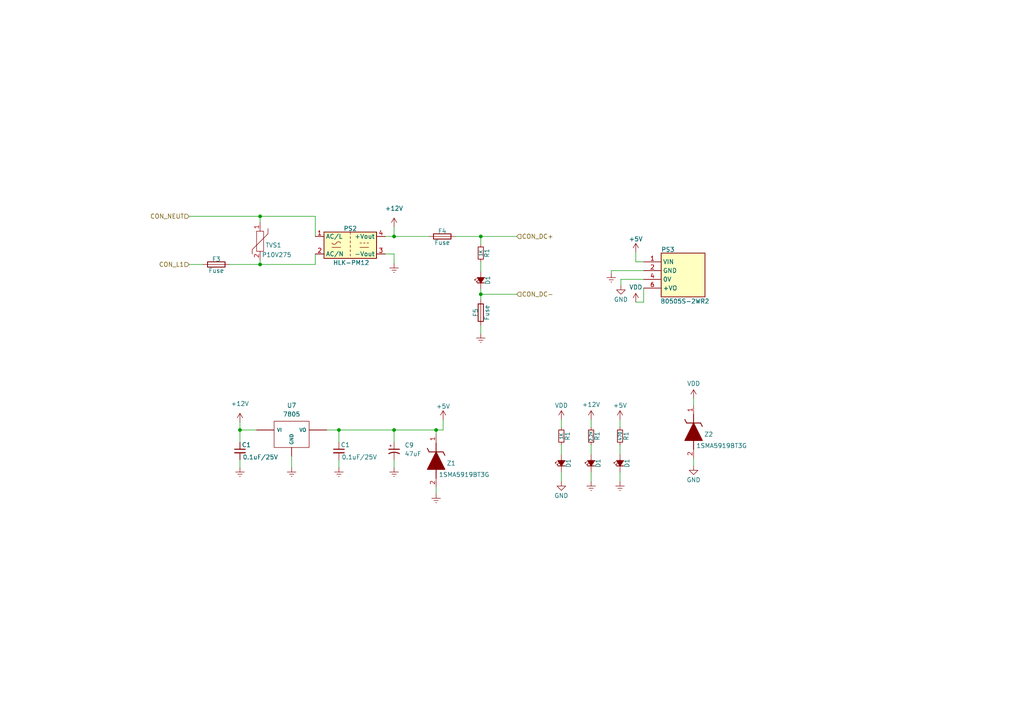
<source format=kicad_sch>
(kicad_sch (version 20230121) (generator eeschema)
  (paper "A4")
  (title_block (title "RoomLink") (date "2023-06-17") (rev "Version 1.0") (company "Designer: Raudy Rodríguez Moreno"))
  (lib_symbols
    (symbol "1SMA5919BT3G:1SMA5919BT3G" (pin_names hide)
      (property "Reference" "Z" (at 10.16 8.89 0))
      (property "Value" "1SMA5919BT3G" (at 10.16 6.35 0))
      (symbol "1SMA5919BT3G_1_1"
        (polyline (pts (xy 2.54 0) (xy 5.08 0)) (stroke (width 0.254)))
        (polyline (pts (xy 4.064 -2.54) (xy 5.08 -2.032)) (stroke (width 0.254)))
        (polyline (pts (xy 5.08 2.032) (xy 5.08 -2.032)) (stroke (width 0.254)))
        (polyline (pts (xy 5.08 2.032) (xy 6.096 2.54)) (stroke (width 0.254)))
        (polyline (pts (xy 12.7 0) (xy 10.16 0)) (stroke (width 0.254)))
        (polyline (pts (xy 5.08 0) (xy 10.16 2.54) (xy 10.16 -2.54) (xy 5.08 0)) (stroke (width 0.254)) (fill (type outline)))
        (pin passive line (at 0 0 0) (length 2.54) (name "K") (number "1"))
        (pin passive line (at 15.24 0 180) (length 2.54) (name "A") (number "2"))
      )
    )
    (symbol "B0505S-2WR2:B0505S-2WR2"
      (property "Reference" "PS" (at 19.05 7.62 0))
      (property "Value" "B0505S-2WR2" (at 19.05 5.08 0))
      (symbol "B0505S-2WR2_1_1"
        (rectangle (start 5.08 2.54) (end 17.78 -10.16) (stroke (width 0.254)) (fill (type background)))
        (pin passive line (at 0 0 0) (length 5.08) (name "VIN") (number "1"))
        (pin passive line (at 0 -2.54 0) (length 5.08) (name "GND") (number "2"))
        (pin passive line (at 0 -5.08 0) (length 5.08) (name "0V") (number "4"))
        (pin passive line (at 0 -7.62 0) (length 5.08) (name "+VO") (number "6"))
      )
    )
    (symbol "Converter_ACDC:HLK-PM12"
      (property "Reference" "PS" (at 0 5.08 0))
      (property "Value" "HLK-PM12" (at 0 -5.08 0))
      (symbol "HLK-PM12_0_1"
        (rectangle (start -7.62 3.81) (end 7.62 -3.81) (stroke (width 0.254)) (fill (type background)))
        (arc (start -5.334 0.635) (mid -4.699 0.2495) (end -4.064 0.635))
        (arc (start -2.794 0.635) (mid -3.429 1.0072) (end -4.064 0.635))
        (polyline (pts (xy -5.334 -0.635) (xy -2.794 -0.635)))
        (polyline (pts (xy 0 -2.54) (xy 0 -3.175)))
        (polyline (pts (xy 0 -1.27) (xy 0 -1.905)))
        (polyline (pts (xy 0 0) (xy 0 -0.635)))
        (polyline (pts (xy 0 1.27) (xy 0 0.635)))
        (polyline (pts (xy 0 2.54) (xy 0 1.905)))
        (polyline (pts (xy 0 3.81) (xy 0 3.175)))
        (polyline (pts (xy 2.794 -0.635) (xy 5.334 -0.635)))
        (polyline (pts (xy 2.794 0.635) (xy 3.302 0.635)))
        (polyline (pts (xy 3.81 0.635) (xy 4.318 0.635)))
        (polyline (pts (xy 4.826 0.635) (xy 5.334 0.635)))
      )
      (symbol "HLK-PM12_1_1"
        (pin power_in line (at -10.16 2.54 0) (length 2.54) (name "AC/L") (number "1"))
        (pin power_in line (at -10.16 -2.54 0) (length 2.54) (name "AC/N") (number "2"))
        (pin power_out line (at 10.16 -2.54 180) (length 2.54) (name "-Vout") (number "3"))
        (pin power_out line (at 10.16 2.54 180) (length 2.54) (name "+Vout") (number "4"))
      )
    )
    (symbol "Device:C_Polarized_Small_US" (pin_numbers hide) (pin_names (offset 0.254) hide)
      (property "Reference" "C" (at 0.254 1.778 0))
      (property "Value" "C_Polarized_Small_US" (at 0.254 -2.032 0))
      (symbol "C_Polarized_Small_US_0_1"
        (polyline (pts (xy -1.524 0.508) (xy 1.524 0.508)) (stroke (width 0.3048)))
        (polyline (pts (xy -1.27 1.524) (xy -0.762 1.524)))
        (polyline (pts (xy -1.016 1.27) (xy -1.016 1.778)))
        (arc (start 1.524 -0.762) (mid 0 -0.3734) (end -1.524 -0.762) (stroke (width 0.3048)))
      )
      (symbol "C_Polarized_Small_US_1_1"
        (pin passive line (at 0 2.54 270) (length 2.032) (name "~") (number "1"))
        (pin passive line (at 0 -2.54 90) (length 2.032) (name "~") (number "2"))
      )
    )
    (symbol "Device:Fuse" (pin_numbers hide) (pin_names (offset 0))
      (property "Reference" "F" (at 2.032 0 90))
      (property "Value" "Fuse" (at -1.905 0 90))
      (symbol "Fuse_0_1"
        (rectangle (start -0.762 -2.54) (end 0.762 2.54) (stroke (width 0.254)))
        (polyline (pts (xy 0 2.54) (xy 0 -2.54)))
      )
      (symbol "Fuse_1_1"
        (pin passive line (at 0 3.81 270) (length 1.27) (name "~") (number "1"))
        (pin passive line (at 0 -3.81 90) (length 1.27) (name "~") (number "2"))
      )
    )
    (symbol "Device:LED_Small_Filled" (pin_numbers hide) (pin_names (offset 0.254) hide)
      (property "Reference" "D" (at -1.27 3.175 0))
      (property "Value" "LED_Small_Filled" (at -4.445 -2.54 0))
      (symbol "LED_Small_Filled_0_1"
        (polyline (pts (xy -0.762 -1.016) (xy -0.762 1.016)) (stroke (width 0.254)))
        (polyline (pts (xy 1.016 0) (xy -0.762 0)))
        (polyline (pts (xy 0.762 -1.016) (xy -0.762 0) (xy 0.762 1.016) (xy 0.762 -1.016)) (stroke (width 0.254)) (fill (type outline)))
        (polyline (pts (xy 0 0.762) (xy -0.508 1.27) (xy -0.254 1.27) (xy -0.508 1.27) (xy -0.508 1.016)))
        (polyline (pts (xy 0.508 1.27) (xy 0 1.778) (xy 0.254 1.778) (xy 0 1.778) (xy 0 1.524)))
      )
      (symbol "LED_Small_Filled_1_1"
        (pin passive line (at -2.54 0 0) (length 1.778) (name "K") (number "1"))
        (pin passive line (at 2.54 0 180) (length 1.778) (name "A") (number "2"))
      )
    )
    (symbol "Device:R_Small" (pin_numbers hide) (pin_names (offset 0.254) hide)
      (property "Reference" "R" (at 0.762 0.508 0))
      (property "Value" "R_Small" (at 0.762 -1.016 0))
      (symbol "R_Small_0_1"
        (rectangle (start -0.762 1.778) (end 0.762 -1.778) (stroke (width 0.2032)))
      )
      (symbol "R_Small_1_1"
        (pin passive line (at 0 2.54 270) (length 0.762) (name "~") (number "1"))
        (pin passive line (at 0 -2.54 90) (length 0.762) (name "~") (number "2"))
      )
    )
    (symbol "P10V275_1"
      (property "Reference" "TVS" (at 3.048 -0.508 0))
      (property "Value" "P10V275" (at 4.826 -4.318 0))
      (symbol "P10V275_1_0_1"
        (rectangle (start -1.016 2.794) (end 1.016 -3.048))
        (polyline (pts (xy 2.286 3.556) (xy 2.286 2.032) (xy -2.286 -2.54) (xy -2.286 -3.81) (xy -2.286 -3.81)))
      )
      (symbol "P10V275_1_1_1"
        (pin input line (at 0 5.334 270) (length 2.54) (name "") (number "1"))
        (pin input line (at 0 -5.588 90) (length 2.54) (name "") (number "2"))
      )
    )
    (symbol "pdxlbs:7805" (pin_numbers hide) (pin_names (offset 0.762))
      (property "Reference" "U" (at 3.81 -4.9784 0))
      (property "Value" "7805" (at 0 5.08 0))
      (symbol "7805_0_1"
        (rectangle (start -5.08 -3.81) (end 5.08 3.81))
      )
      (symbol "7805_1_1"
        (pin input line (at -10.16 1.27 0) (length 5.08) (name "VI") (number "1"))
        (pin input line (at 0 -6.35 90) (length 2.54) (name "GND") (number "2"))
        (pin power_out line (at 10.16 1.27 180) (length 5.08) (name "VO") (number "3"))
      )
    )
    (symbol "pdxlbs:C_small_.1uf_PDX" (pin_numbers hide) (pin_names (offset 0.254) hide)
      (property "Reference" "C?" (at 0 1.905 0))
      (property "Value" "C_small_.1uf_PDX" (at 0 -1.905 0))
      (symbol "C_small_.1uf_PDX_0_1"
        (polyline (pts (xy -1.524 -0.508) (xy 1.524 -0.508)) (stroke (width 0.3302)))
        (polyline (pts (xy -1.524 0.508) (xy 1.524 0.508)) (stroke (width 0.3048)))
      )
      (symbol "C_small_.1uf_PDX_1_1"
        (pin passive line (at 0 2.54 270) (length 2.032) (name "~") (number "1"))
        (pin passive line (at 0 -2.54 90) (length 2.032) (name "~") (number "2"))
      )
    )
    (symbol "power:+12V" (power) (pin_names (offset 0))
      (property "Value" "+12V" (at 0 3.556 0))
      (symbol "+12V_0_1"
        (polyline (pts (xy -0.762 1.27) (xy 0 2.54)))
        (polyline (pts (xy 0 0) (xy 0 2.54)))
        (polyline (pts (xy 0 2.54) (xy 0.762 1.27)))
      )
      (symbol "+12V_1_1"
        (pin power_in line (at 0 0 90) (length 0) hide (name "+12V") (number "1"))
      )
    )
    (symbol "power:+5V" (power) (pin_names (offset 0))
      (property "Value" "+5V" (at 0 3.556 0))
      (symbol "+5V_0_1"
        (polyline (pts (xy -0.762 1.27) (xy 0 2.54)))
        (polyline (pts (xy 0 0) (xy 0 2.54)))
        (polyline (pts (xy 0 2.54) (xy 0.762 1.27)))
      )
      (symbol "+5V_1_1"
        (pin power_in line (at 0 0 90) (length 0) hide (name "+5V") (number "1"))
      )
    )
    (symbol "power:Earth" (power) (pin_names (offset 0))
      (symbol "Earth_0_1"
        (polyline (pts (xy -0.635 -1.905) (xy 0.635 -1.905)))
        (polyline (pts (xy -0.127 -2.54) (xy 0.127 -2.54)))
        (polyline (pts (xy 0 -1.27) (xy 0 0)))
        (polyline (pts (xy 1.27 -1.27) (xy -1.27 -1.27)))
      )
      (symbol "Earth_1_1"
        (pin power_in line (at 0 0 270) (length 0) hide (name "Earth") (number "1"))
      )
    )
    (symbol "power:GND" (power) (pin_names (offset 0))
      (property "Value" "GND" (at 0 -3.81 0))
      (symbol "GND_0_1"
        (polyline (pts (xy 0 0) (xy 0 -1.27) (xy 1.27 -1.27) (xy 0 -2.54) (xy -1.27 -1.27) (xy 0 -1.27)))
      )
      (symbol "GND_1_1"
        (pin power_in line (at 0 0 270) (length 0) hide (name "GND") (number "1"))
      )
    )
    (symbol "power:VDD" (power) (pin_names (offset 0))
      (property "Value" "VDD" (at 0 3.81 0))
      (symbol "VDD_0_1"
        (polyline (pts (xy -0.762 1.27) (xy 0 2.54)))
        (polyline (pts (xy 0 0) (xy 0 2.54)))
        (polyline (pts (xy 0 2.54) (xy 0.762 1.27)))
      )
      (symbol "VDD_1_1"
        (pin power_in line (at 0 0 90) (length 0) hide (name "VDD") (number "1"))
      )
    )
  )
  (junction (at 139.446 85.344))
  (junction (at 114.3 68.58))
  (junction (at 114.3 124.714))
  (junction (at 75.438 76.708))
  (junction (at 139.446 68.58))
  (junction (at 75.438 62.738))
  (junction (at 69.596 124.714))
  (junction (at 126.492 124.714))
  (junction (at 98.298 124.714))
  (wire (pts (xy 177.292 78.486) (xy 186.69 78.486)))
  (wire (pts (xy 139.446 75.946) (xy 139.446 78.74)))
  (wire (pts (xy 54.864 62.738) (xy 75.438 62.738)))
  (wire (pts (xy 75.438 62.738) (xy 91.44 62.738)))
  (wire (pts (xy 126.492 124.714) (xy 114.3 124.714)))
  (wire (pts (xy 162.814 121.666) (xy 162.814 123.952)))
  (wire (pts (xy 114.3 76.454) (xy 114.3 73.66)))
  (wire (pts (xy 54.864 76.708) (xy 58.928 76.708)))
  (wire (pts (xy 91.44 76.708) (xy 75.438 76.708)))
  (wire (pts (xy 139.446 94.488) (xy 139.446 96.774)))
  (wire (pts (xy 69.596 133.35) (xy 69.596 135.636)))
  (wire (pts (xy 184.404 87.63) (xy 186.69 87.63)))
  (wire (pts (xy 132.08 68.58) (xy 139.446 68.58)))
  (wire (pts (xy 114.3 68.58) (xy 111.76 68.58)))
  (wire (pts (xy 177.292 78.486) (xy 177.292 79.248)))
  (wire (pts (xy 114.3 124.714) (xy 114.3 128.27)))
  (wire (pts (xy 179.832 136.906) (xy 179.832 139.7)))
  (wire (pts (xy 126.492 125.984) (xy 126.492 124.714)))
  (wire (pts (xy 126.492 141.224) (xy 126.492 143.256)))
  (wire (pts (xy 91.44 73.66) (xy 91.44 76.708)))
  (wire (pts (xy 139.446 85.344) (xy 149.86 85.344)))
  (wire (pts (xy 114.3 133.35) (xy 114.3 135.636)))
  (wire (pts (xy 114.3 124.714) (xy 98.298 124.714)))
  (wire (pts (xy 75.438 76.708) (xy 66.548 76.708)))
  (wire (pts (xy 184.404 73.152) (xy 184.404 75.946)))
  (wire (pts (xy 114.3 65.786) (xy 114.3 68.58)))
  (wire (pts (xy 69.596 124.714) (xy 74.422 124.714)))
  (wire (pts (xy 69.596 124.714) (xy 69.596 128.27)))
  (wire (pts (xy 94.742 124.714) (xy 98.298 124.714)))
  (wire (pts (xy 98.298 133.35) (xy 98.298 135.636)))
  (wire (pts (xy 128.524 124.714) (xy 126.492 124.714)))
  (wire (pts (xy 180.086 82.804) (xy 180.086 81.026)))
  (wire (pts (xy 75.438 75.438) (xy 75.438 76.708)))
  (wire (pts (xy 114.3 68.58) (xy 124.46 68.58)))
  (wire (pts (xy 171.45 129.032) (xy 171.45 131.826)))
  (wire (pts (xy 186.69 87.63) (xy 186.69 83.566)))
  (wire (pts (xy 111.76 73.66) (xy 114.3 73.66)))
  (wire (pts (xy 139.446 68.58) (xy 149.86 68.58)))
  (wire (pts (xy 171.45 136.906) (xy 171.45 139.7)))
  (wire (pts (xy 171.45 121.666) (xy 171.45 123.952)))
  (wire (pts (xy 139.446 68.58) (xy 139.446 70.866)))
  (wire (pts (xy 84.582 132.334) (xy 84.582 135.636)))
  (wire (pts (xy 179.832 129.032) (xy 179.832 131.826)))
  (wire (pts (xy 162.814 136.906) (xy 162.814 139.7)))
  (wire (pts (xy 179.832 121.666) (xy 179.832 123.952)))
  (wire (pts (xy 162.814 129.032) (xy 162.814 131.826)))
  (wire (pts (xy 139.446 83.82) (xy 139.446 85.344)))
  (wire (pts (xy 98.298 124.714) (xy 98.298 128.27)))
  (wire (pts (xy 91.44 62.738) (xy 91.44 68.58)))
  (wire (pts (xy 180.086 81.026) (xy 186.69 81.026)))
  (wire (pts (xy 128.524 121.666) (xy 128.524 124.714)))
  (wire (pts (xy 201.168 115.57) (xy 201.168 117.602)))
  (wire (pts (xy 139.446 85.344) (xy 139.446 86.868)))
  (wire (pts (xy 201.168 132.842) (xy 201.168 135.128)))
  (wire (pts (xy 75.438 62.738) (xy 75.438 64.516)))
  (wire (pts (xy 69.596 122.428) (xy 69.596 124.714)))
  (wire (pts (xy 184.404 75.946) (xy 186.69 75.946)))
  (hierarchical_label "CON_L1" (shape input) (at 54.864 76.708 180))
  (hierarchical_label "CON_DC-" (shape input) (at 149.86 85.344 0))
  (hierarchical_label "CON_NEUT" (shape input) (at 54.864 62.738 180))
  (hierarchical_label "CON_DC+" (shape input) (at 149.86 68.58 0))
  (symbol (lib_id "power:Earth") (at 69.596 135.636 0) (unit 1)
    (property "Reference" "#PWR047" (effects hide))
    (property "Value" "Earth" (effects hide))
  )
  (symbol (lib_id "Device:Fuse") (at 139.446 90.678 180) (unit 1)
    (property "Reference" "F5" (at 137.922 90.678 90))
    (property "Value" "Fuse" (at 141.224 90.678 90))
  )
  (symbol (lib_id "Device:R_Small") (at 162.814 126.492 180) (unit 1)
    (property "Reference" "R1" (at 164.592 126.492 90))
    (property "Value" "1K" (at 162.814 126.492 90) (effects (font (size 0.9 0.9))))
    (property "Footprint" "Resistor_SMD:R_0805_2012Metric_Pad1.20x1.40mm_HandSolder" (effects hide))
    (instances (project "RoomLink" (path "" (reference "R1") (unit 1)) (path "" (reference "R2") (unit 1)) (path "" (reference "R31") (unit 1)) (path "" (reference "R6") (unit 1)) (path "" (reference "R22") (unit 1)) (path "" (reference "R3") (unit 1))))
  )
  (symbol (lib_id "pdxlbs:7805") (at 84.582 125.984 0) (unit 1)
    (property "Reference" "U7" (at 84.582 117.602 0))
    (property "Value" "7805" (at 84.582 120.142 0))
  )
  (symbol (lib_id "power:+5V") (at 179.832 121.666 0) (unit 1)
    (property "Reference" "#PWR036" (effects hide))
    (property "Value" "+5V" (at 179.832 117.602 0))
    (instances (project "RoomLink" (path "" (reference "#PWR036") (unit 1)) (path "" (reference "#PWR059") (unit 1))))
  )
  (symbol (lib_id "Device:LED_Small_Filled") (at 139.446 81.28 90) (unit 1)
    (property "Reference" "D1" (at 141.478 81.28 0))
    (property "Value" "LED_Small_Filled" (effects hide))
    (property "Footprint" "LED_SMD:LED_0805_2012Metric_Pad1.15x1.40mm_HandSolder" (effects hide))
    (instances (project "RoomLink" (path "" (reference "D1") (unit 1)) (path "" (reference "D2") (unit 1)) (path "" (reference "D15") (unit 1)) (path "" (reference "D6") (unit 1)) (path "" (reference "D10") (unit 1)) (path "" (reference "D3") (unit 1))))
  )
  (symbol (lib_name "P10V275_1") (lib_id "MCE_LIB:P10V275") (at 75.438 69.85 0) (unit 1)
    (property "Reference" "TVS1" (at 76.962 71.12 0) (effects (justify left)))
    (property "Value" "P10V275" (at 75.946 73.914 0) (effects (justify left)))
  )
  (symbol (lib_id "1SMA5919BT3G:1SMA5919BT3G") (at 201.168 117.602 270) (unit 1)
    (property "Reference" "Z2" (at 204.216 125.984 90) (effects (justify left)))
    (property "Value" "1SMA5919BT3G" (at 201.93 129.286 90) (effects (justify left)))
    (property "Footprint" "LibKiCad:DIONM5436X261N" (effects hide))
    (property "Datasheet" "http://www.onsemi.com/pub/Collateral/1SMA5913BT3-D.PDF" (effects hide))
    (property "Height" "2.2" (effects hide))
    (property "Mouser Part Number" "863-1SMA5919BT3G" (effects hide))
    (property "Mouser Price/Stock" "https://www.mouser.co.uk/ProductDetail/onsemi/1SMA5919BT3G?qs=y2kkmE52mdPs%2Fs0Z2nUEXA%3D%3D" (effects hide))
    (property "Manufacturer_Name" "onsemi" (effects hide))
    (property "Manufacturer_Part_Number" "1SMA5919BT3G" (effects hide))
  )
  (symbol (lib_id "power:Earth") (at 114.3 135.636 0) (unit 1)
    (property "Reference" "#PWR042" (effects hide))
    (property "Value" "Earth" (effects hide))
  )
  (symbol (lib_id "pdxlbs:C_small_.1uf_PDX") (at 69.596 130.81 0) (unit 1)
    (property "Reference" "C1" (at 70.104 129.032 0) (effects (justify left)))
    (property "Value" "0.1uF/25V" (at 70.358 132.588 0) (effects (justify left)))
    (property "Footprint" "Capacitor_SMD:C_0805_2012Metric" (effects hide))
    (property "Datasheet" "https://www.mouser.mx/datasheet/2/427/vjw1bcbascomseries-223529.pdf" (effects hide))
    (property "PartNo" "C0805C104K5RAC7411" (effects hide))
    (property "Location" "B3" (effects hide))
    (property "Descripcion" "Capacitores cerámicos  - SMD 0805 0.1uF 10V 20%" (effects hide))
    (instances (project "RoomLink" (path "" (reference "C1") (unit 1)) (path "" (reference "C5") (unit 1)) (path "" (reference "C7") (unit 1))))
  )
  (symbol (lib_id "power:Earth") (at 171.45 139.7 0) (unit 1)
    (property "Reference" "#PWR063" (effects hide))
    (property "Value" "Earth" (effects hide))
  )
  (symbol (lib_id "power:Earth") (at 98.298 135.636 0) (unit 1)
    (property "Reference" "#PWR043" (effects hide))
    (property "Value" "Earth" (effects hide))
  )
  (symbol (lib_id "power:+12V") (at 114.3 65.786 0) (unit 1)
    (property "Reference" "#PWR041" (effects hide))
    (property "Value" "+12V" (at 114.3 60.452 0))
  )
  (symbol (lib_id "power:Earth") (at 139.446 96.774 0) (unit 1)
    (property "Reference" "#PWR049" (effects hide))
    (property "Value" "Earth" (effects hide))
  )
  (symbol (lib_id "Device:LED_Small_Filled") (at 162.814 134.366 90) (unit 1)
    (property "Reference" "D1" (at 164.846 134.366 0))
    (property "Value" "LED_Small_Filled" (effects hide))
    (property "Footprint" "LED_SMD:LED_0805_2012Metric_Pad1.15x1.40mm_HandSolder" (effects hide))
    (instances (project "RoomLink" (path "" (reference "D1") (unit 1)) (path "" (reference "D2") (unit 1)) (path "" (reference "D16") (unit 1)) (path "" (reference "D6") (unit 1)) (path "" (reference "D10") (unit 1)) (path "" (reference "D3") (unit 1))))
  )
  (symbol (lib_id "Device:Fuse") (at 62.738 76.708 90) (unit 1)
    (property "Reference" "F3" (at 62.738 75.184 90))
    (property "Value" "Fuse" (at 62.738 78.486 90))
  )
  (symbol (lib_id "power:GND") (at 201.168 135.128 0) (unit 1)
    (property "Reference" "#PWR037" (effects hide))
    (property "Value" "GND" (at 201.168 139.192 0))
    (instances (project "RoomLink" (path "" (reference "#PWR037") (unit 1)) (path "" (reference "#PWR056") (unit 1))))
  )
  (symbol (lib_id "power:+12V") (at 171.45 121.666 0) (unit 1)
    (property "Reference" "#PWR061" (effects hide))
    (property "Value" "+12V" (at 171.45 117.348 0))
  )
  (symbol (lib_id "B0505S-2WR2:B0505S-2WR2") (at 186.69 75.946 0) (unit 1)
    (property "Reference" "PS3" (at 191.77 72.39 0) (effects (justify left)))
    (property "Value" "B0505S-2WR2" (at 191.516 87.376 0) (effects (justify left)))
    (property "Footprint" "LibKiCad:B0505S2WR2" (effects hide))
    (property "Height" "10.41" (effects hide))
    (property "Manufacturer_Name" "Mornsun Power" (effects hide))
    (property "Manufacturer_Part_Number" "B0505S-2WR2" (effects hide))
  )
  (symbol (lib_id "Device:R_Small") (at 171.45 126.492 180) (unit 1)
    (property "Reference" "R1" (at 173.228 126.492 90))
    (property "Value" "2.2K" (at 171.45 126.492 90) (effects (font (size 0.9 0.9))))
    (property "Footprint" "Resistor_SMD:R_0805_2012Metric_Pad1.20x1.40mm_HandSolder" (effects hide))
    (instances (project "RoomLink" (path "" (reference "R1") (unit 1)) (path "" (reference "R2") (unit 1)) (path "" (reference "R32") (unit 1)) (path "" (reference "R6") (unit 1)) (path "" (reference "R22") (unit 1)) (path "" (reference "R3") (unit 1))))
  )
  (symbol (lib_id "1SMA5919BT3G:1SMA5919BT3G") (at 126.492 125.984 270) (unit 1)
    (property "Reference" "Z1" (at 129.54 134.366 90) (effects (justify left)))
    (property "Value" "1SMA5919BT3G" (at 127.254 137.668 90) (effects (justify left)))
    (property "Footprint" "LibKiCad:DIONM5436X261N" (effects hide))
    (property "Datasheet" "http://www.onsemi.com/pub/Collateral/1SMA5913BT3-D.PDF" (effects hide))
    (property "Height" "2.2" (effects hide))
    (property "Mouser Part Number" "863-1SMA5919BT3G" (effects hide))
    (property "Mouser Price/Stock" "https://www.mouser.co.uk/ProductDetail/onsemi/1SMA5919BT3G?qs=y2kkmE52mdPs%2Fs0Z2nUEXA%3D%3D" (effects hide))
    (property "Manufacturer_Name" "onsemi" (effects hide))
    (property "Manufacturer_Part_Number" "1SMA5919BT3G" (effects hide))
  )
  (symbol (lib_id "power:Earth") (at 177.292 79.248 0) (unit 1)
    (property "Reference" "#PWR050" (effects hide))
    (property "Value" "Earth" (effects hide))
  )
  (symbol (lib_id "power:GND") (at 162.814 139.7 0) (unit 1)
    (property "Reference" "#PWR037" (effects hide))
    (property "Value" "GND" (at 162.814 143.764 0))
    (instances (project "RoomLink" (path "" (reference "#PWR037") (unit 1)) (path "" (reference "#PWR058") (unit 1))))
  )
  (symbol (lib_id "pdxlbs:C_small_.1uf_PDX") (at 98.298 130.81 0) (unit 1)
    (property "Reference" "C1" (at 98.806 129.032 0) (effects (justify left)))
    (property "Value" "0.1uF/25V" (at 99.06 132.588 0) (effects (justify left)))
    (property "Footprint" "Capacitor_SMD:C_0805_2012Metric" (effects hide))
    (property "Datasheet" "https://www.mouser.mx/datasheet/2/427/vjw1bcbascomseries-223529.pdf" (effects hide))
    (property "PartNo" "C0805C104K5RAC7411" (effects hide))
    (property "Location" "B3" (effects hide))
    (property "Descripcion" "Capacitores cerámicos  - SMD 0805 0.1uF 10V 20%" (effects hide))
    (instances (project "RoomLink" (path "" (reference "C1") (unit 1)) (path "" (reference "C5") (unit 1)) (path "" (reference "C8") (unit 1))))
  )
  (symbol (lib_id "power:+12V") (at 69.596 122.428 0) (unit 1)
    (property "Reference" "#PWR046" (effects hide))
    (property "Value" "+12V" (at 69.596 117.094 0))
  )
  (symbol (lib_id "power:VDD") (at 162.814 121.666 0) (unit 1)
    (property "Reference" "#PWR057" (effects hide))
    (property "Value" "VDD" (at 162.814 117.602 0))
  )
  (symbol (lib_id "Device:C_Polarized_Small_US") (at 114.3 130.81 0) (unit 1)
    (property "Reference" "C9" (at 117.348 129.1082 0) (effects (justify left)))
    (property "Value" "47uF" (at 117.348 131.6482 0) (effects (justify left)))
  )
  (symbol (lib_id "Device:R_Small") (at 179.832 126.492 180) (unit 1)
    (property "Reference" "R1" (at 181.61 126.492 90))
    (property "Value" "470" (at 179.832 126.492 90) (effects (font (size 0.9 0.9))))
    (property "Footprint" "Resistor_SMD:R_0805_2012Metric_Pad1.20x1.40mm_HandSolder" (effects hide))
    (instances (project "RoomLink" (path "" (reference "R1") (unit 1)) (path "" (reference "R2") (unit 1)) (path "" (reference "R33") (unit 1)) (path "" (reference "R6") (unit 1)) (path "" (reference "R22") (unit 1)) (path "" (reference "R3") (unit 1))))
  )
  (symbol (lib_id "Device:LED_Small_Filled") (at 179.832 134.366 90) (unit 1)
    (property "Reference" "D1" (at 181.864 134.366 0))
    (property "Value" "LED_Small_Filled" (effects hide))
    (property "Footprint" "LED_SMD:LED_0805_2012Metric_Pad1.15x1.40mm_HandSolder" (effects hide))
    (instances (project "RoomLink" (path "" (reference "D1") (unit 1)) (path "" (reference "D2") (unit 1)) (path "" (reference "D18") (unit 1)) (path "" (reference "D6") (unit 1)) (path "" (reference "D10") (unit 1)) (path "" (reference "D3") (unit 1))))
  )
  (symbol (lib_id "power:Earth") (at 84.582 135.636 0) (unit 1)
    (property "Reference" "#PWR045" (effects hide))
    (property "Value" "Earth" (effects hide))
  )
  (symbol (lib_id "power:VDD") (at 201.168 115.57 0) (unit 1)
    (property "Reference" "#PWR055" (effects hide))
    (property "Value" "VDD" (at 201.168 111.252 0))
  )
  (symbol (lib_id "Device:Fuse") (at 128.27 68.58 90) (unit 1)
    (property "Reference" "F4" (at 128.27 67.056 90))
    (property "Value" "Fuse" (at 128.27 70.358 90))
  )
  (symbol (lib_id "power:+5V") (at 128.524 121.666 0) (unit 1)
    (property "Reference" "#PWR036" (effects hide))
    (property "Value" "+5V" (at 128.524 117.856 0))
    (instances (project "RoomLink" (path "" (reference "#PWR036") (unit 1)) (path "" (reference "#PWR044") (unit 1))))
  )
  (symbol (lib_id "power:Earth") (at 179.832 139.7 0) (unit 1)
    (property "Reference" "#PWR060" (effects hide))
    (property "Value" "Earth" (effects hide))
  )
  (symbol (lib_id "power:+5V") (at 184.404 73.152 0) (unit 1)
    (property "Reference" "#PWR036" (effects hide))
    (property "Value" "+5V" (at 184.404 69.342 0))
    (instances (project "RoomLink" (path "" (reference "#PWR036") (unit 1)) (path "" (reference "#PWR051") (unit 1))))
  )
  (symbol (lib_id "power:Earth") (at 126.492 143.256 0) (unit 1)
    (property "Reference" "#PWR053" (effects hide))
    (property "Value" "Earth" (effects hide))
  )
  (symbol (lib_id "Device:LED_Small_Filled") (at 171.45 134.366 90) (unit 1)
    (property "Reference" "D1" (at 173.482 134.366 0))
    (property "Value" "LED_Small_Filled" (effects hide))
    (property "Footprint" "LED_SMD:LED_0805_2012Metric_Pad1.15x1.40mm_HandSolder" (effects hide))
    (instances (project "RoomLink" (path "" (reference "D1") (unit 1)) (path "" (reference "D2") (unit 1)) (path "" (reference "D17") (unit 1)) (path "" (reference "D6") (unit 1)) (path "" (reference "D10") (unit 1)) (path "" (reference "D3") (unit 1))))
  )
  (symbol (lib_id "Device:R_Small") (at 139.446 73.406 180) (unit 1)
    (property "Reference" "R1" (at 141.224 73.406 90))
    (property "Value" "1K" (at 139.446 73.406 90) (effects (font (size 0.9 0.9))))
    (property "Footprint" "Resistor_SMD:R_0805_2012Metric_Pad1.20x1.40mm_HandSolder" (effects hide))
    (instances (project "RoomLink" (path "" (reference "R1") (unit 1)) (path "" (reference "R2") (unit 1)) (path "" (reference "R30") (unit 1)) (path "" (reference "R6") (unit 1)) (path "" (reference "R22") (unit 1)) (path "" (reference "R3") (unit 1))))
  )
  (symbol (lib_id "power:VDD") (at 184.404 87.63 0) (unit 1)
    (property "Reference" "#PWR054" (effects hide))
    (property "Value" "VDD" (at 184.404 83.312 0))
  )
  (symbol (lib_id "Converter_ACDC:HLK-PM12") (at 101.6 71.12 0) (unit 1)
    (property "Reference" "PS2" (at 101.6 66.294 0))
    (property "Value" "HLK-PM12" (at 101.854 76.2 0))
    (property "Footprint" "Converter_ACDC:Converter_ACDC_HiLink_HLK-PMxx" (effects hide))
    (property "Datasheet" "http://www.hlktech.net/product_detail.php?ProId=56" (effects hide))
  )
  (symbol (lib_id "power:GND") (at 180.086 82.804 0) (unit 1)
    (property "Reference" "#PWR037" (effects hide))
    (property "Value" "GND" (at 180.086 86.868 0))
    (instances (project "RoomLink" (path "" (reference "#PWR037") (unit 1)) (path "" (reference "#PWR052") (unit 1))))
  )
  (symbol (lib_id "power:Earth") (at 114.3 76.454 0) (unit 1)
    (property "Reference" "#PWR048" (effects hide))
    (property "Value" "Earth" (effects hide))
  )
)
</source>
